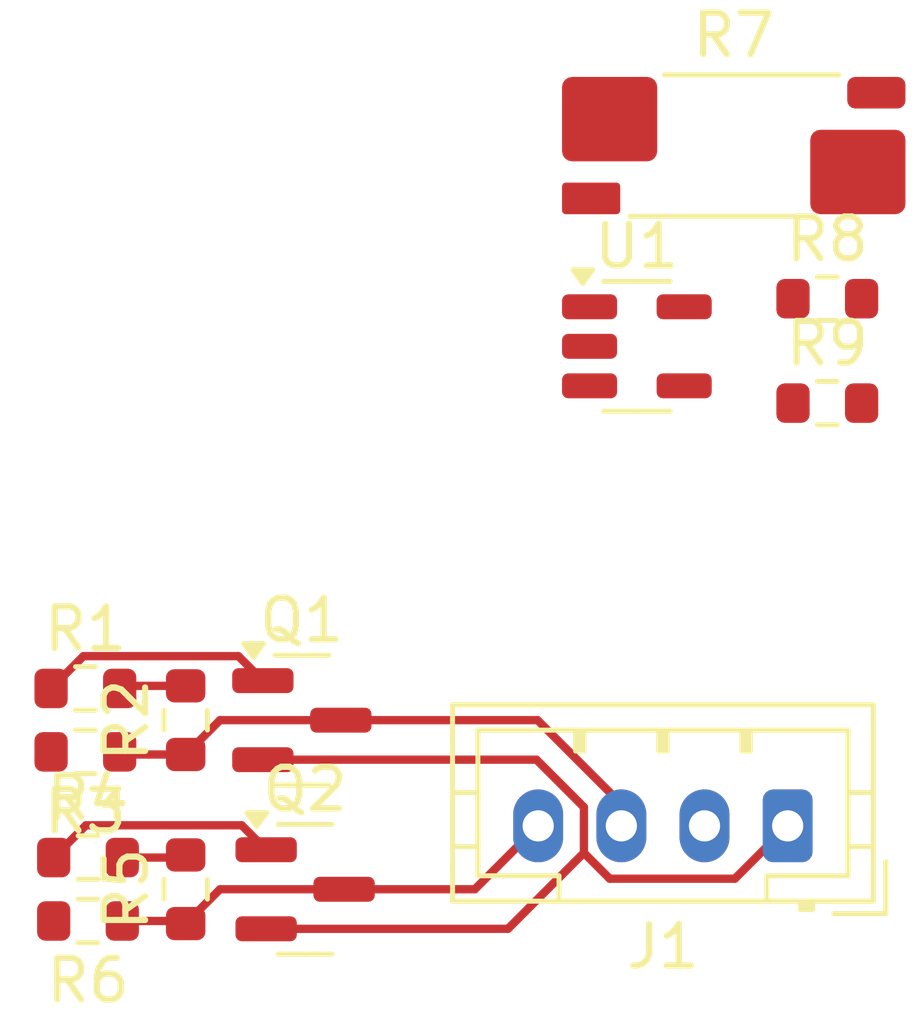
<source format=kicad_pcb>
(kicad_pcb (version 20241229) (generator "pcbnew") (generator_version "9.0")
  (layers (0 "F.Cu" signal) (2 "B.Cu" signal) (13 "F.Paste" user) (15 "B.Paste" user) (5 "F.SilkS" user "F.Silkscreen") (7 "B.SilkS" user "B.Silkscreen") (1 "F.Mask" user) (3 "B.Mask" user) (25 "Edge.Cuts" user))
  (net 0 "")
  (net 1 "GND")
  (net 2 "VCC")
  (net 3 "/GPIO Module/GPIO Pin2/PIN")
  (net 4 "/GPIO Module/IN2")
  (net 5 "/GPIO Module/GPIO Pin1/PIN")
  (net 6 "/GPIO Module/IN1")
  (net 7 "/GPIO Module/OUT2")
  (net 8 "/GPIO Module/OUT1")
  (net 9 "Net-(U1-+)")
  (net 10 "/Aux Current Sense/SENSE")
  (net 11 "Net-(U1-V-)")
  (net 12 "Net-(U1--)")
  (net 13 "/Aux Current Sense/OUT")
  (footprint "Resistor_SMD:R_0603_1608Metric" (layer "F.Cu") (at 219.33 101.6)
    (property "Reference" "R1" (at 0 -1.43 0) (layer "F.SilkS"))
    (property "Value" "49K9")
    (fp_line (start -0.237258 -0.5225) (end 0.237258 -0.5225) (stroke (width 0.12)) (layer "F.SilkS"))
    (fp_line (start -0.237258 0.5225) (end 0.237258 0.5225) (stroke (width 0.12)) (layer "F.SilkS"))
    (pad "1" smd roundrect (at -0.825 0) (size 0.8 0.95) (layers "F.Cu" "F.Mask" "F.Paste") (net 4 "/GPIO Module/IN2"))
    (pad "2" smd roundrect (at 0.825 0) (size 0.8 0.95) (layers "F.Cu" "F.Mask" "F.Paste") (net 2 "VCC"))
  )
  (footprint "Resistor_SMD:R_0603_1608Metric" (layer "F.Cu") (at 219.393 105.664)
    (property "Reference" "R4" (at 0 -1.43 0) (layer "F.SilkS"))
    (property "Value" "49K9")
    (fp_line (start -0.237258 -0.5225) (end 0.237258 -0.5225) (stroke (width 0.12)) (layer "F.SilkS"))
    (fp_line (start -0.237258 0.5225) (end 0.237258 0.5225) (stroke (width 0.12)) (layer "F.SilkS"))
    (pad "1" smd roundrect (at -0.825 0) (size 0.8 0.95) (layers "F.Cu" "F.Mask" "F.Paste") (net 6 "/GPIO Module/IN1"))
    (pad "2" smd roundrect (at 0.825 0) (size 0.8 0.95) (layers "F.Cu" "F.Mask" "F.Paste") (net 2 "VCC"))
  )
  (footprint "Package_TO_SOT_SMD:SOT-23" (layer "F.Cu") (at 224.536 102.362)
    (property "Reference" "Q1" (at 0 -2.4 0) (layer "F.SilkS"))
    (property "Value" "Q_NMOS")
    (fp_line (start 0 -1.56) (end -0.65 -1.56) (stroke (width 0.12)) (layer "F.SilkS"))
    (fp_line (start 0 -1.56) (end 0.65 -1.56) (stroke (width 0.12)) (layer "F.SilkS"))
    (fp_line (start 0 1.56) (end -0.65 1.56) (stroke (width 0.12)) (layer "F.SilkS"))
    (fp_line (start 0 1.56) (end 0.65 1.56) (stroke (width 0.12)) (layer "F.SilkS"))
    (fp_poly (pts (xy -1.1625 -1.51) (xy -1.4025 -1.84) (xy -0.9225 -1.84)) (stroke (width 0.12)) (fill yes) (layer "F.SilkS"))
    (pad "1" smd roundrect (at -0.9375 -0.95) (size 1.475 0.6) (layers "F.Cu" "F.Mask" "F.Paste") (net 4 "/GPIO Module/IN2"))
    (pad "2" smd roundrect (at -0.9375 0.95) (size 1.475 0.6) (layers "F.Cu" "F.Mask" "F.Paste") (net 1 "GND"))
    (pad "3" smd roundrect (at 0.9375 0) (size 1.475 0.6) (layers "F.Cu" "F.Mask" "F.Paste") (net 3 "/GPIO Module/GPIO Pin2/PIN"))
  )
  (footprint "Resistor_SMD:R_0603_1608Metric" (layer "F.Cu") (at 221.742 106.426 90)
    (property "Reference" "R5" (at 0 -1.43 90) (layer "F.SilkS"))
    (property "Value" "10K")
    (fp_line (start -0.237258 -0.5225) (end 0.237258 -0.5225) (stroke (width 0.12)) (layer "F.SilkS"))
    (fp_line (start -0.237258 0.5225) (end 0.237258 0.5225) (stroke (width 0.12)) (layer "F.SilkS"))
    (pad "1" smd roundrect (at -0.825 0 90) (size 0.8 0.95) (layers "F.Cu" "F.Mask" "F.Paste") (net 5 "/GPIO Module/GPIO Pin1/PIN"))
    (pad "2" smd roundrect (at 0.825 0 90) (size 0.8 0.95) (layers "F.Cu" "F.Mask" "F.Paste") (net 2 "VCC"))
  )
  (footprint "Connector_JST:JST_PH_B4B-PH-K_1x04_P2.00mm_Vertical" (layer "F.Cu") (at 236.22 104.902 180)
    (property "Reference" "J1" (at 3 -2.9 0) (layer "F.SilkS"))
    (property "Value" "Conn_01x04_Pin")
    (fp_line (start 8.06 2.91) (end 8.06 -1.81) (stroke (width 0.12)) (layer "F.SilkS"))
    (fp_line (start 8.06 0.8) (end 7.45 0.8) (stroke (width 0.12)) (layer "F.SilkS"))
    (fp_line (start 8.06 -0.5) (end 7.45 -0.5) (stroke (width 0.12)) (layer "F.SilkS"))
    (fp_line (start 8.06 -1.81) (end -2.06 -1.81) (stroke (width 0.12)) (layer "F.SilkS"))
    (fp_line (start 7.45 2.3) (end 7.45 -1.2) (stroke (width 0.12)) (layer "F.SilkS"))
    (fp_line (start 7.45 -1.2) (end 5.5 -1.2) (stroke (width 0.12)) (layer "F.SilkS"))
    (fp_line (start 5.5 -1.2) (end 5.5 -1.81) (stroke (width 0.12)) (layer "F.SilkS"))
    (fp_line (start 5.1 1.8) (end 5.1 2.3) (stroke (width 0.12)) (layer "F.SilkS"))
    (fp_line (start 5 2.3) (end 5 1.8) (stroke (width 0.12)) (layer "F.SilkS"))
    (fp_line (start 4.9 2.3) (end 4.9 1.8) (stroke (width 0.12)) (layer "F.SilkS"))
    (fp_line (start 4.9 1.8) (end 5.1 1.8) (stroke (width 0.12)) (layer "F.SilkS"))
    (fp_line (start 3.1 1.8) (end 3.1 2.3) (stroke (width 0.12)) (layer "F.SilkS"))
    (fp_line (start 3 2.3) (end 3 1.8) (stroke (width 0.12)) (layer "F.SilkS"))
    (fp_line (start 2.9 2.3) (end 2.9 1.8) (stroke (width 0.12)) (layer "F.SilkS"))
    (fp_line (start 2.9 1.8) (end 3.1 1.8) (stroke (width 0.12)) (layer "F.SilkS"))
    (fp_line (start 1.1 1.8) (end 1.1 2.3) (stroke (width 0.12)) (layer "F.SilkS"))
    (fp_line (start 1 2.3) (end 1 1.8) (stroke (width 0.12)) (layer "F.SilkS"))
    (fp_line (start 0.9 2.3) (end 0.9 1.8) (stroke (width 0.12)) (layer "F.SilkS"))
    (fp_line (start 0.9 1.8) (end 1.1 1.8) (stroke (width 0.12)) (layer "F.SilkS"))
    (fp_line (start 0.5 -1.2) (end -1.45 -1.2) (stroke (width 0.12)) (layer "F.SilkS"))
    (fp_line (start 0.5 -1.81) (end 0.5 -1.2) (stroke (width 0.12)) (layer "F.SilkS"))
    (fp_line (start -0.3 -1.81) (end -0.3 -2.01) (stroke (width 0.12)) (layer "F.SilkS"))
    (fp_line (start -0.3 -1.91) (end -0.6 -1.91) (stroke (width 0.12)) (layer "F.SilkS"))
    (fp_line (start -0.3 -2.01) (end -0.6 -2.01) (stroke (width 0.12)) (layer "F.SilkS"))
    (fp_line (start -0.6 -2.01) (end -0.6 -1.81) (stroke (width 0.12)) (layer "F.SilkS"))
    (fp_line (start -1.11 -2.11) (end -2.36 -2.11) (stroke (width 0.12)) (layer "F.SilkS"))
    (fp_line (start -1.45 2.3) (end 7.45 2.3) (stroke (width 0.12)) (layer "F.SilkS"))
    (fp_line (start -1.45 -1.2) (end -1.45 2.3) (stroke (width 0.12)) (layer "F.SilkS"))
    (fp_line (start -2.06 2.91) (end 8.06 2.91) (stroke (width 0.12)) (layer "F.SilkS"))
    (fp_line (start -2.06 0.8) (end -1.45 0.8) (stroke (width 0.12)) (layer "F.SilkS"))
    (fp_line (start -2.06 -0.5) (end -1.45 -0.5) (stroke (width 0.12)) (layer "F.SilkS"))
    (fp_line (start -2.06 -1.81) (end -2.06 2.91) (stroke (width 0.12)) (layer "F.SilkS"))
    (fp_line (start -2.36 -2.11) (end -2.36 -0.86) (stroke (width 0.12)) (layer "F.SilkS"))
    (pad "1" thru_hole roundrect (at 0 0 180) (size 1.2 1.75) (drill 0.75) (layers "*.Cu" "*.Mask") (roundrect_rratio 0.208333) (net 1 "GND"))
    (pad "2" thru_hole oval (at 2 0 180) (size 1.2 1.75) (drill 0.75) (layers "*.Cu" "*.Mask") (net 2 "VCC"))
    (pad "3" thru_hole oval (at 4 0 180) (size 1.2 1.75) (drill 0.75) (layers "*.Cu" "*.Mask") (net 3 "/GPIO Module/GPIO Pin2/PIN"))
    (pad "4" thru_hole oval (at 6 0 180) (size 1.2 1.75) (drill 0.75) (layers "*.Cu" "*.Mask") (net 5 "/GPIO Module/GPIO Pin1/PIN"))
  )
  (footprint "Resistor_SMD:R_0603_1608Metric" (layer "F.Cu") (at 221.742 102.362 90)
    (property "Reference" "R2" (at 0 -1.43 90) (layer "F.SilkS"))
    (property "Value" "10K")
    (fp_line (start -0.237258 -0.5225) (end 0.237258 -0.5225) (stroke (width 0.12)) (layer "F.SilkS"))
    (fp_line (start -0.237258 0.5225) (end 0.237258 0.5225) (stroke (width 0.12)) (layer "F.SilkS"))
    (pad "1" smd roundrect (at -0.825 0 90) (size 0.8 0.95) (layers "F.Cu" "F.Mask" "F.Paste") (net 3 "/GPIO Module/GPIO Pin2/PIN"))
    (pad "2" smd roundrect (at 0.825 0 90) (size 0.8 0.95) (layers "F.Cu" "F.Mask" "F.Paste") (net 2 "VCC"))
  )
  (footprint "Package_TO_SOT_SMD:SOT-23" (layer "F.Cu") (at 224.6145 106.426)
    (property "Reference" "Q2" (at 0 -2.4 0) (layer "F.SilkS"))
    (property "Value" "Q_NMOS")
    (fp_line (start 0 -1.56) (end -0.65 -1.56) (stroke (width 0.12)) (layer "F.SilkS"))
    (fp_line (start 0 -1.56) (end 0.65 -1.56) (stroke (width 0.12)) (layer "F.SilkS"))
    (fp_line (start 0 1.56) (end -0.65 1.56) (stroke (width 0.12)) (layer "F.SilkS"))
    (fp_line (start 0 1.56) (end 0.65 1.56) (stroke (width 0.12)) (layer "F.SilkS"))
    (fp_poly (pts (xy -1.1625 -1.51) (xy -1.4025 -1.84) (xy -0.9225 -1.84)) (stroke (width 0.12)) (fill yes) (layer "F.SilkS"))
    (pad "1" smd roundrect (at -0.9375 -0.95) (size 1.475 0.6) (layers "F.Cu" "F.Mask" "F.Paste") (net 6 "/GPIO Module/IN1"))
    (pad "2" smd roundrect (at -0.9375 0.95) (size 1.475 0.6) (layers "F.Cu" "F.Mask" "F.Paste") (net 1 "GND"))
    (pad "3" smd roundrect (at 0.9375 0) (size 1.475 0.6) (layers "F.Cu" "F.Mask" "F.Paste") (net 5 "/GPIO Module/GPIO Pin1/PIN"))
  )
  (footprint "Resistor_SMD:R_0603_1608Metric" (layer "F.Cu") (at 237.173 92.232)
    (property "Reference" "R8" (at 0 -1.43 0) (layer "F.SilkS"))
    (property "Value" "29K4")
    (fp_line (start -0.237258 -0.5225) (end 0.237258 -0.5225) (stroke (width 0.12)) (layer "F.SilkS"))
    (fp_line (start -0.237258 0.5225) (end 0.237258 0.5225) (stroke (width 0.12)) (layer "F.SilkS"))
    (pad "1" smd roundrect (at -0.825 0) (size 0.8 0.95) (layers "F.Cu" "F.Mask" "F.Paste") (net 12 "Net-(U1--)"))
    (pad "2" smd roundrect (at 0.825 0) (size 0.8 0.95) (layers "F.Cu" "F.Mask" "F.Paste") (net 13 "/Aux Current Sense/OUT"))
  )
  (footprint "Package_TO_SOT_SMD:SOT-23-5" (layer "F.Cu") (at 232.593 93.377)
    (property "Reference" "U1" (at 0 -2.4 0) (layer "F.SilkS"))
    (property "Value" "LMV321")
    (fp_line (start 0 -1.56) (end -0.8 -1.56) (stroke (width 0.12)) (layer "F.SilkS"))
    (fp_line (start 0 -1.56) (end 0.8 -1.56) (stroke (width 0.12)) (layer "F.SilkS"))
    (fp_line (start 0 1.56) (end -0.8 1.56) (stroke (width 0.12)) (layer "F.SilkS"))
    (fp_line (start 0 1.56) (end 0.8 1.56) (stroke (width 0.12)) (layer "F.SilkS"))
    (fp_poly (pts (xy -1.3 -1.51) (xy -1.54 -1.84) (xy -1.06 -1.84)) (stroke (width 0.12)) (fill yes) (layer "F.SilkS"))
    (pad "1" smd roundrect (at -1.1375 -0.95) (size 1.325 0.6) (layers "F.Cu" "F.Mask" "F.Paste") (net 9 "Net-(U1-+)"))
    (pad "2" smd roundrect (at -1.1375 0) (size 1.325 0.6) (layers "F.Cu" "F.Mask" "F.Paste") (net 11 "Net-(U1-V-)"))
    (pad "3" smd roundrect (at -1.1375 0.95) (size 1.325 0.6) (layers "F.Cu" "F.Mask" "F.Paste") (net 12 "Net-(U1--)"))
    (pad "4" smd roundrect (at 1.1375 0.95) (size 1.325 0.6) (layers "F.Cu" "F.Mask" "F.Paste") (net 13 "/Aux Current Sense/OUT"))
    (pad "5" smd roundrect (at 1.1375 -0.95) (size 1.325 0.6) (layers "F.Cu" "F.Mask" "F.Paste") (net 2 "VCC"))
  )
  (footprint "Resistor_SMD:R_Shunt_Vishay_WSK2512_6332Metric_T1.19mm" (layer "F.Cu") (at 234.923 88.552)
    (property "Reference" "R7" (at 0 -2.65 0) (layer "F.SilkS"))
    (property "Value" "R_Shunt")
    (fp_line (start -2.5 1.7) (end 1.67 1.7) (stroke (width 0.12)) (layer "F.SilkS"))
    (fp_line (start -1.67 -1.7) (end 2.53 -1.7) (stroke (width 0.12)) (layer "F.SilkS"))
    (pad "1" smd roundrect (at -2.985 -0.635) (size 2.29 2.03) (layers "F.Cu" "F.Mask" "F.Paste") (roundrect_rratio 0.12) (net 10 "/Aux Current Sense/SENSE"))
    (pad "2" smd roundrect (at -3.43 1.27) (size 1.4 0.76) (layers "F.Cu" "F.Mask" "F.Paste") (roundrect_rratio 0.12) (net 9 "Net-(U1-+)"))
    (pad "3" smd roundrect (at 3.43 -1.27) (size 1.4 0.76) (layers "F.Cu" "F.Mask" "F.Paste") (net 11 "Net-(U1-V-)"))
    (pad "4" smd roundrect (at 2.985 0.635) (size 2.29 2.03) (layers "F.Cu" "F.Mask" "F.Paste") (roundrect_rratio 0.12) (net 1 "GND"))
  )
  (footprint "Resistor_SMD:R_0603_1608Metric" (layer "F.Cu") (at 219.393 107.188 180)
    (property "Reference" "R6" (at 0 -1.43 0) (layer "F.SilkS"))
    (property "Value" "4K7")
    (fp_line (start -0.237258 0.5225) (end 0.237258 0.5225) (stroke (width 0.12)) (layer "F.SilkS"))
    (fp_line (start -0.237258 -0.5225) (end 0.237258 -0.5225) (stroke (width 0.12)) (layer "F.SilkS"))
    (pad "1" smd roundrect (at -0.825 0 180) (size 0.8 0.95) (layers "F.Cu" "F.Mask" "F.Paste") (net 5 "/GPIO Module/GPIO Pin1/PIN"))
    (pad "2" smd roundrect (at 0.825 0 180) (size 0.8 0.95) (layers "F.Cu" "F.Mask" "F.Paste") (net 8 "/GPIO Module/OUT1"))
  )
  (footprint "Resistor_SMD:R_0603_1608Metric" (layer "F.Cu") (at 237.173 94.742)
    (property "Reference" "R9" (at 0 -1.43 0) (layer "F.SilkS"))
    (property "Value" "1K")
    (fp_line (start -0.237258 -0.5225) (end 0.237258 -0.5225) (stroke (width 0.12)) (layer "F.SilkS"))
    (fp_line (start -0.237258 0.5225) (end 0.237258 0.5225) (stroke (width 0.12)) (layer "F.SilkS"))
    (pad "1" smd roundrect (at -0.825 0) (size 0.8 0.95) (layers "F.Cu" "F.Mask" "F.Paste") (net 1 "GND"))
    (pad "2" smd roundrect (at 0.825 0) (size 0.8 0.95) (layers "F.Cu" "F.Mask" "F.Paste") (net 12 "Net-(U1--)"))
  )
  (footprint "Resistor_SMD:R_0603_1608Metric" (layer "F.Cu") (at 219.33 103.124 180)
    (property "Reference" "R3" (at 0 -1.43 0) (layer "F.SilkS"))
    (property "Value" "4K7")
    (fp_line (start -0.237258 0.5225) (end 0.237258 0.5225) (stroke (width 0.12)) (layer "F.SilkS"))
    (fp_line (start -0.237258 -0.5225) (end 0.237258 -0.5225) (stroke (width 0.12)) (layer "F.SilkS"))
    (pad "1" smd roundrect (at -0.825 0 180) (size 0.8 0.95) (layers "F.Cu" "F.Mask" "F.Paste") (net 3 "/GPIO Module/GPIO Pin2/PIN"))
    (pad "2" smd roundrect (at 0.825 0 180) (size 0.8 0.95) (layers "F.Cu" "F.Mask" "F.Paste") (net 7 "/GPIO Module/OUT2"))
  )
  (segment (start 231.940794 106.172) (end 234.95 106.172) (width 0.2) (layer "F.Cu") (net 1))
  (segment (start 234.95 106.172) (end 236.22 104.902) (width 0.2) (layer "F.Cu") (net 1))
  (segment (start 223.5985 103.312) (end 230.179206 103.312) (width 0.2) (layer "F.Cu") (net 1))
  (segment (start 231.319 104.451794) (end 231.319 105.550206) (width 0.2) (layer "F.Cu") (net 1))
  (segment (start 229.493206 107.376) (end 231.319 105.550206) (width 0.2) (layer "F.Cu") (net 1))
  (segment (start 223.677 107.376) (end 229.493206 107.376) (width 0.2) (layer "F.Cu") (net 1))
  (segment (start 230.179206 103.312) (end 231.319 104.451794) (width 0.2) (layer "F.Cu") (net 1))
  (segment (start 231.319 105.550206) (end 231.940794 106.172) (width 0.2) (layer "F.Cu") (net 1))
  (segment (start 220.218 105.664) (end 221.679 105.664) (width 0.2) (layer "F.Cu") (net 2))
  (segment (start 220.218 101.537) (end 220.155 101.6) (width 0.2) (layer "F.Cu") (net 2))
  (segment (start 221.679 105.664) (end 221.742 105.601) (width 0.2) (layer "F.Cu") (net 2))
  (segment (start 221.742 101.537) (end 220.09 101.537) (width 0.2) (layer "F.Cu") (net 2))
  (segment (start 232.22 104.377) (end 232.22 104.902) (width 0.2) (layer "F.Cu") (net 3))
  (segment (start 220.218 103.187) (end 220.155 103.124) (width 0.2) (layer "F.Cu") (net 3))
  (segment (start 225.4735 102.362) (end 230.205 102.362) (width 0.2) (layer "F.Cu") (net 3))
  (segment (start 221.742 103.187) (end 220.09 103.187) (width 0.2) (layer "F.Cu") (net 3))
  (segment (start 222.567 102.362) (end 221.742 103.187) (width 0.2) (layer "F.Cu") (net 3))
  (segment (start 222.567 102.362) (end 225.4735 102.362) (width 0.2) (layer "F.Cu") (net 3))
  (segment (start 230.205 102.362) (end 232.22 104.377) (width 0.2) (layer "F.Cu") (net 3))
  (segment (start 223.0105 100.824) (end 219.281 100.824) (width 0.2) (layer "F.Cu") (net 4))
  (segment (start 219.281 100.824) (end 218.505 101.6) (width 0.2) (layer "F.Cu") (net 4))
  (segment (start 223.5985 101.412) (end 223.0105 100.824) (width 0.2) (layer "F.Cu") (net 4))
  (segment (start 222.567 106.426) (end 221.742 107.251) (width 0.2) (layer "F.Cu") (net 5))
  (segment (start 220.218 107.188) (end 221.679 107.188) (width 0.2) (layer "F.Cu") (net 5))
  (segment (start 225.552 106.426) (end 222.567 106.426) (width 0.2) (layer "F.Cu") (net 5))
  (segment (start 225.552 106.426) (end 228.696 106.426) (width 0.2) (layer "F.Cu") (net 5))
  (segment (start 228.696 106.426) (end 230.22 104.902) (width 0.2) (layer "F.Cu") (net 5))
  (segment (start 221.679 107.188) (end 221.742 107.251) (width 0.2) (layer "F.Cu") (net 5))
  (segment (start 223.089 104.888) (end 223.677 105.476) (width 0.2) (layer "F.Cu") (net 6))
  (segment (start 218.568 105.664) (end 219.344 104.888) (width 0.2) (layer "F.Cu") (net 6))
  (segment (start 219.344 104.888) (end 223.089 104.888) (width 0.2) (layer "F.Cu") (net 6))
)
</source>
